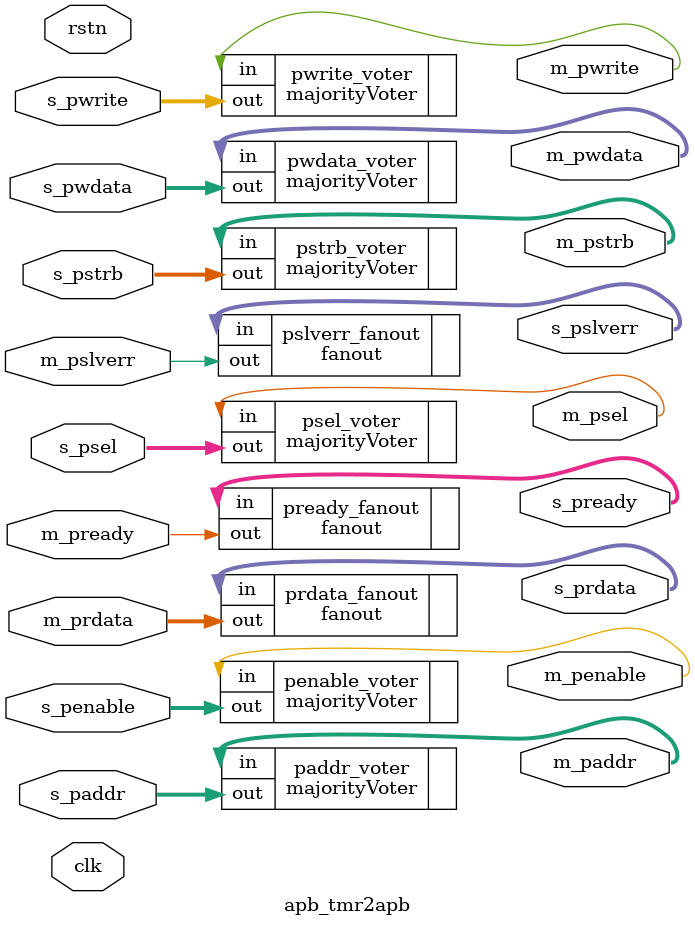
<source format=v>
module apb_tmr2apb #(
    parameter DATA_WIDTH = 32,
    parameter ADDR_WIDTH = 32,

    parameter WSTRB_WIDTH = (DATA_WIDTH-1)/8+1 // 4 bits for 32 data
)(
    input   wire clk,
    input   wire rstn,
    
    input wire [2:0]                  s_penable,
    input wire [2:0]                  s_pwrite,
    input wire [2:0]                  s_psel,
    input wire [3*ADDR_WIDTH-1:0]     s_paddr,
    input wire [3*DATA_WIDTH-1:0]     s_pwdata,
    input wire [3*WSTRB_WIDTH-1:0]    s_pstrb,
    output wire [3*DATA_WIDTH-1:0]    s_prdata,
    output wire [2:0]                 s_pready,
    output wire [2:0]                 s_pslverr,

    output  wire                     m_penable,
    output  wire                     m_pwrite,
    output  wire                     m_psel,
    output  wire [ADDR_WIDTH-1:0]    m_paddr,    
    output  wire [DATA_WIDTH-1:0]    m_pwdata,    
    output  wire [WSTRB_WIDTH-1:0]   m_pstrb,    
    input   wire [DATA_WIDTH-1:0]    m_prdata,   
    input   wire                     m_pready,
    input   wire                     m_pslverr
);

    fanout                       pslverr_fanout (.in(s_pslverr), .out(m_pslverr));
    fanout                       pready_fanout (.in(s_pready), .out(m_pready));
    fanout #(.WIDTH(DATA_WIDTH)) prdata_fanout (.in(s_prdata), .out(m_prdata));

    majorityVoter #(.WIDTH(WSTRB_WIDTH)) pstrb_voter (.in(m_pstrb), .out(s_pstrb)); 
    majorityVoter #(.WIDTH(DATA_WIDTH))  pwdata_voter (.in(m_pwdata), .out(s_pwdata)); 
    majorityVoter #(.WIDTH(ADDR_WIDTH))  paddr_voter (.in(m_paddr), .out(s_paddr)); 
    majorityVoter                        psel_voter (.in(m_psel), .out(s_psel)); 
    majorityVoter                        pwrite_voter (.in(m_pwrite), .out(s_pwrite)); 
    majorityVoter                        penable_voter (.in(m_penable), .out(s_penable)); 

endmodule




</source>
